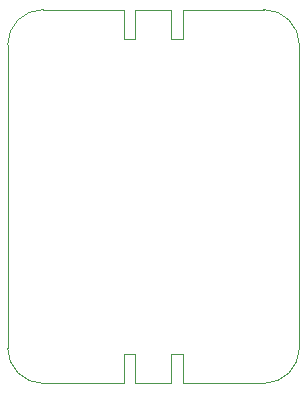
<source format=gbr>
%TF.GenerationSoftware,KiCad,Pcbnew,6.0.11-2627ca5db0~126~ubuntu22.04.1*%
%TF.CreationDate,2023-06-16T17:25:29+02:00*%
%TF.ProjectId,asac-esc-rev-a,61736163-2d65-4736-932d-7265762d612e,rev?*%
%TF.SameCoordinates,Original*%
%TF.FileFunction,Profile,NP*%
%FSLAX46Y46*%
G04 Gerber Fmt 4.6, Leading zero omitted, Abs format (unit mm)*
G04 Created by KiCad (PCBNEW 6.0.11-2627ca5db0~126~ubuntu22.04.1) date 2023-06-16 17:25:29*
%MOMM*%
%LPD*%
G01*
G04 APERTURE LIST*
%TA.AperFunction,Profile*%
%ADD10C,0.050000*%
%TD*%
G04 APERTURE END LIST*
D10*
X114965000Y-98090000D02*
X108090000Y-98090000D01*
X114965000Y-98090000D02*
G75*
G03*
X117965000Y-95090000I0J3000000D01*
G01*
X108090000Y-98090000D02*
X108090000Y-95590000D01*
X117965000Y-69440000D02*
X117965000Y-95090000D01*
X108090000Y-95590000D02*
X107140000Y-95590000D01*
X117965000Y-69440000D02*
G75*
G03*
X114965000Y-66440000I-3000000J0D01*
G01*
X107140000Y-95590000D02*
X107140000Y-98090000D01*
X108090000Y-66440000D02*
X114965000Y-66440000D01*
X107140000Y-98090000D02*
X104090000Y-98090000D01*
X108090000Y-68940000D02*
X108090000Y-66440000D01*
X104090000Y-95590000D02*
X104090000Y-98090000D01*
X107140000Y-68940000D02*
X108090000Y-68940000D01*
X103140000Y-95590000D02*
X104090000Y-95590000D01*
X107140000Y-66440000D02*
X107140000Y-68940000D01*
X103140000Y-98090000D02*
X103140000Y-95590000D01*
X104090000Y-66440000D02*
X107140000Y-66440000D01*
X103140000Y-98090000D02*
X96265000Y-98090000D01*
X104090000Y-68940000D02*
X104090000Y-66440000D01*
X93265000Y-95090000D02*
G75*
G03*
X96265000Y-98090000I3000001J1D01*
G01*
X103140000Y-68940000D02*
X104090000Y-68940000D01*
X93265000Y-95090000D02*
X93265000Y-69440000D01*
X103140000Y-66440000D02*
X103140000Y-68940000D01*
X96265000Y-66440000D02*
G75*
G03*
X93265000Y-69440000I1J-3000001D01*
G01*
X96265000Y-66440000D02*
X103140000Y-66440000D01*
M02*

</source>
